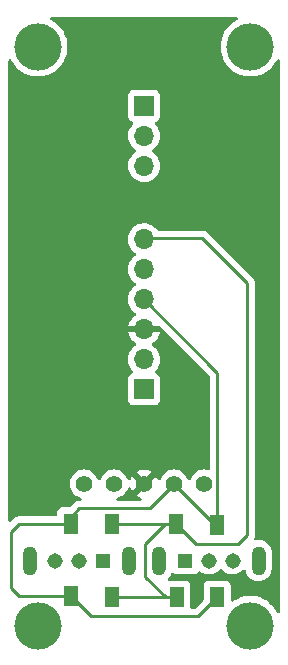
<source format=gbr>
%TF.GenerationSoftware,KiCad,Pcbnew,(6.0.7)*%
%TF.CreationDate,2023-12-15T10:10:15-08:00*%
%TF.ProjectId,NiceView-BKB-Mount,4e696365-5669-4657-972d-424b422d4d6f,rev?*%
%TF.SameCoordinates,Original*%
%TF.FileFunction,Copper,L1,Top*%
%TF.FilePolarity,Positive*%
%FSLAX46Y46*%
G04 Gerber Fmt 4.6, Leading zero omitted, Abs format (unit mm)*
G04 Created by KiCad (PCBNEW (6.0.7)) date 2023-12-15 10:10:15*
%MOMM*%
%LPD*%
G01*
G04 APERTURE LIST*
%TA.AperFunction,ComponentPad*%
%ADD10C,4.000000*%
%TD*%
%TA.AperFunction,SMDPad,CuDef*%
%ADD11R,1.300000X1.800000*%
%TD*%
%TA.AperFunction,ComponentPad*%
%ADD12R,1.308000X1.308000*%
%TD*%
%TA.AperFunction,ComponentPad*%
%ADD13C,1.308000*%
%TD*%
%TA.AperFunction,ComponentPad*%
%ADD14O,1.230000X2.460000*%
%TD*%
%TA.AperFunction,ComponentPad*%
%ADD15C,1.397000*%
%TD*%
%TA.AperFunction,ComponentPad*%
%ADD16R,1.700000X1.700000*%
%TD*%
%TA.AperFunction,ComponentPad*%
%ADD17O,1.700000X1.700000*%
%TD*%
%TA.AperFunction,Conductor*%
%ADD18C,0.250000*%
%TD*%
G04 APERTURE END LIST*
D10*
%TO.P,TH1,*%
%TO.N,*%
X125500000Y-43750000D03*
%TD*%
D11*
%TO.P,RST_SW2,1,1*%
%TO.N,RST*%
X131750000Y-84150000D03*
X131800000Y-90350000D03*
%TO.P,RST_SW2,2,2*%
%TO.N,GND*%
X128300000Y-84150000D03*
X128300000Y-90250000D03*
%TD*%
D12*
%TO.P,PWR_SW1,1,A*%
%TO.N,BATT_P_IN1*%
X131000000Y-87250000D03*
D13*
%TO.P,PWR_SW1,2,B*%
%TO.N,BATT_P_OUT*%
X129000000Y-87250000D03*
%TO.P,PWR_SW1,3,C*%
%TO.N,BATT_P_IN2*%
X127000000Y-87250000D03*
D14*
%TO.P,PWR_SW1,S1*%
%TO.N,N/C*%
X133200000Y-87250000D03*
%TO.P,PWR_SW1,S2*%
X124800000Y-87250000D03*
%TD*%
D15*
%TO.P,Nice!View1,1,Pin_1*%
%TO.N,MOSI*%
X129420000Y-80750000D03*
%TO.P,Nice!View1,2,Pin_2*%
%TO.N,SCLK*%
X131960000Y-80750000D03*
%TO.P,Nice!View1,3,Pin_3*%
%TO.N,3V3*%
X134500000Y-80750000D03*
%TO.P,Nice!View1,4,Pin_4*%
%TO.N,GND*%
X137040000Y-80750000D03*
%TO.P,Nice!View1,5,Pin_5*%
%TO.N,SCS*%
X139580000Y-80750000D03*
%TD*%
D11*
%TO.P,RST_SW1,1,1*%
%TO.N,RST*%
X137200000Y-84150000D03*
X137250000Y-90350000D03*
%TO.P,RST_SW1,2,2*%
%TO.N,GND*%
X140700000Y-84250000D03*
X140700000Y-90350000D03*
%TD*%
D16*
%TO.P,ControllerInput1,1,Pin_1*%
%TO.N,MOSI*%
X134500000Y-72750000D03*
D17*
%TO.P,ControllerInput1,2,Pin_2*%
%TO.N,SCLK*%
X134500000Y-70210000D03*
%TO.P,ControllerInput1,3,Pin_3*%
%TO.N,3V3*%
X134500000Y-67670000D03*
%TO.P,ControllerInput1,4,Pin_4*%
%TO.N,GND*%
X134500000Y-65130000D03*
%TO.P,ControllerInput1,5,Pin_5*%
%TO.N,SCS*%
X134500000Y-62590000D03*
%TO.P,ControllerInput1,6,Pin_6*%
%TO.N,RST*%
X134500000Y-60050000D03*
%TD*%
D10*
%TO.P,TH1,*%
%TO.N,*%
X143500000Y-43750000D03*
%TD*%
D16*
%TO.P,PWR_Connectors1,1,Pin_1*%
%TO.N,BATT_P_IN1*%
X134500000Y-48750000D03*
D17*
%TO.P,PWR_Connectors1,2,Pin_2*%
%TO.N,BATT_P_OUT*%
X134500000Y-51290000D03*
%TO.P,PWR_Connectors1,3,Pin_3*%
%TO.N,BATT_P_IN2*%
X134500000Y-53830000D03*
%TD*%
D10*
%TO.P,TH1,*%
%TO.N,*%
X143500000Y-92750000D03*
%TD*%
D12*
%TO.P,PWR_SW2,1,A*%
%TO.N,BATT_P_IN1*%
X138000000Y-87250000D03*
D13*
%TO.P,PWR_SW2,2,B*%
%TO.N,BATT_P_OUT*%
X140000000Y-87250000D03*
%TO.P,PWR_SW2,3,C*%
%TO.N,BATT_P_IN2*%
X142000000Y-87250000D03*
D14*
%TO.P,PWR_SW2,S1*%
%TO.N,N/C*%
X135800000Y-87250000D03*
%TO.P,PWR_SW2,S2*%
X144200000Y-87250000D03*
%TD*%
D10*
%TO.P,TH1,*%
%TO.N,*%
X125500000Y-92750000D03*
%TD*%
D18*
%TO.N,GND*%
X129998000Y-91948000D02*
X139102000Y-91948000D01*
X128300000Y-83536000D02*
X128300000Y-84150000D01*
X129032000Y-82804000D02*
X128300000Y-83536000D01*
X140700000Y-84250000D02*
X140540000Y-84250000D01*
X137040000Y-80750000D02*
X134986000Y-82804000D01*
X140700000Y-71330000D02*
X134500000Y-65130000D01*
X123920000Y-90250000D02*
X128300000Y-90250000D01*
X134986000Y-82804000D02*
X129032000Y-82804000D01*
X123900000Y-84150000D02*
X123260000Y-84790000D01*
X123260000Y-89590000D02*
X123920000Y-90250000D01*
X128300000Y-84150000D02*
X123900000Y-84150000D01*
X123260000Y-84790000D02*
X123260000Y-89590000D01*
X139102000Y-91948000D02*
X140700000Y-90350000D01*
X128300000Y-90250000D02*
X129998000Y-91948000D01*
X140700000Y-84250000D02*
X140700000Y-71330000D01*
X140540000Y-84250000D02*
X137040000Y-80750000D01*
%TO.N,RST*%
X131800000Y-90350000D02*
X137250000Y-90350000D01*
X143256000Y-85090000D02*
X143256000Y-63754000D01*
X136350000Y-90350000D02*
X137250000Y-90350000D01*
X136300000Y-84150000D02*
X134620000Y-85830000D01*
X134620000Y-85830000D02*
X134620000Y-88620000D01*
X138902000Y-85852000D02*
X142494000Y-85852000D01*
X134620000Y-88620000D02*
X136350000Y-90350000D01*
X131750000Y-84150000D02*
X137200000Y-84150000D01*
X137200000Y-84150000D02*
X136300000Y-84150000D01*
X137200000Y-84150000D02*
X138902000Y-85852000D01*
X134606000Y-59944000D02*
X134500000Y-60050000D01*
X142494000Y-85852000D02*
X143256000Y-85090000D01*
X139446000Y-59944000D02*
X134606000Y-59944000D01*
X143256000Y-63754000D02*
X139446000Y-59944000D01*
%TD*%
%TA.AperFunction,Conductor*%
%TO.N,3V3*%
G36*
X142402387Y-41278502D02*
G01*
X142448880Y-41332158D01*
X142458984Y-41402432D01*
X142429490Y-41467012D01*
X142394967Y-41494914D01*
X142153221Y-41627816D01*
X141897860Y-41813346D01*
X141667767Y-42029418D01*
X141466568Y-42272625D01*
X141297438Y-42539131D01*
X141295754Y-42542710D01*
X141295750Y-42542717D01*
X141164733Y-42821144D01*
X141163044Y-42824734D01*
X141065505Y-43124928D01*
X141006359Y-43434980D01*
X140986540Y-43750000D01*
X141006359Y-44065020D01*
X141065505Y-44375072D01*
X141163044Y-44675266D01*
X141164731Y-44678852D01*
X141164733Y-44678856D01*
X141295750Y-44957283D01*
X141295754Y-44957290D01*
X141297438Y-44960869D01*
X141466568Y-45227375D01*
X141667767Y-45470582D01*
X141897860Y-45686654D01*
X142153221Y-45872184D01*
X142429821Y-46024247D01*
X142433490Y-46025700D01*
X142433495Y-46025702D01*
X142719628Y-46138990D01*
X142723298Y-46140443D01*
X143029025Y-46218940D01*
X143342179Y-46258500D01*
X143657821Y-46258500D01*
X143970975Y-46218940D01*
X144276702Y-46140443D01*
X144280372Y-46138990D01*
X144566505Y-46025702D01*
X144566510Y-46025700D01*
X144570179Y-46024247D01*
X144846779Y-45872184D01*
X145102140Y-45686654D01*
X145332233Y-45470582D01*
X145533432Y-45227375D01*
X145702562Y-44960869D01*
X145751492Y-44856887D01*
X145798594Y-44803766D01*
X145866939Y-44784543D01*
X145934827Y-44805322D01*
X145980704Y-44859505D01*
X145991500Y-44910535D01*
X145991500Y-91589465D01*
X145971498Y-91657586D01*
X145917842Y-91704079D01*
X145847568Y-91714183D01*
X145782988Y-91684689D01*
X145751492Y-91643113D01*
X145704249Y-91542717D01*
X145702562Y-91539131D01*
X145533432Y-91272625D01*
X145332233Y-91029418D01*
X145327564Y-91025033D01*
X145283335Y-90983500D01*
X145102140Y-90813346D01*
X145087573Y-90802762D01*
X145037780Y-90766586D01*
X144846779Y-90627816D01*
X144819093Y-90612595D01*
X144573648Y-90477660D01*
X144573647Y-90477659D01*
X144570179Y-90475753D01*
X144566510Y-90474300D01*
X144566505Y-90474298D01*
X144280372Y-90361010D01*
X144280371Y-90361010D01*
X144276702Y-90359557D01*
X143970975Y-90281060D01*
X143657821Y-90241500D01*
X143342179Y-90241500D01*
X143029025Y-90281060D01*
X142723298Y-90359557D01*
X142719629Y-90361010D01*
X142719628Y-90361010D01*
X142433495Y-90474298D01*
X142433490Y-90474300D01*
X142429821Y-90475753D01*
X142426353Y-90477659D01*
X142426352Y-90477660D01*
X142180908Y-90612595D01*
X142153221Y-90627816D01*
X142150019Y-90630142D01*
X142150018Y-90630143D01*
X142058561Y-90696590D01*
X141991693Y-90720449D01*
X141922541Y-90704368D01*
X141873061Y-90653454D01*
X141858500Y-90594654D01*
X141858500Y-89401866D01*
X141851745Y-89339684D01*
X141800615Y-89203295D01*
X141713261Y-89086739D01*
X141596705Y-88999385D01*
X141460316Y-88948255D01*
X141398134Y-88941500D01*
X140001866Y-88941500D01*
X139939684Y-88948255D01*
X139803295Y-88999385D01*
X139686739Y-89086739D01*
X139599385Y-89203295D01*
X139548255Y-89339684D01*
X139541500Y-89401866D01*
X139541500Y-90560405D01*
X139521498Y-90628526D01*
X139504595Y-90649500D01*
X138876500Y-91277595D01*
X138814188Y-91311621D01*
X138787405Y-91314500D01*
X138534500Y-91314500D01*
X138466379Y-91294498D01*
X138419886Y-91240842D01*
X138408500Y-91188500D01*
X138408500Y-89401866D01*
X138401745Y-89339684D01*
X138350615Y-89203295D01*
X138263261Y-89086739D01*
X138146705Y-88999385D01*
X138010316Y-88948255D01*
X137948134Y-88941500D01*
X136618029Y-88941500D01*
X136549908Y-88921498D01*
X136503415Y-88867842D01*
X136493311Y-88797568D01*
X136522805Y-88732988D01*
X136534033Y-88721781D01*
X136537457Y-88719352D01*
X136685706Y-88564489D01*
X136740624Y-88479436D01*
X136798745Y-88389423D01*
X136798746Y-88389420D01*
X136801997Y-88384386D01*
X136804239Y-88378823D01*
X136818909Y-88342423D01*
X136862925Y-88286717D01*
X136930070Y-88263651D01*
X136999027Y-88280549D01*
X137011337Y-88288694D01*
X137099295Y-88354615D01*
X137235684Y-88405745D01*
X137297866Y-88412500D01*
X138702134Y-88412500D01*
X138764316Y-88405745D01*
X138900705Y-88354615D01*
X139017261Y-88267261D01*
X139084082Y-88178102D01*
X139140940Y-88135588D01*
X139211758Y-88130562D01*
X139263183Y-88155258D01*
X139265281Y-88157302D01*
X139270083Y-88160511D01*
X139270086Y-88160513D01*
X139351587Y-88214970D01*
X139442927Y-88276001D01*
X139448230Y-88278279D01*
X139448233Y-88278281D01*
X139633922Y-88358059D01*
X139639229Y-88360339D01*
X139720916Y-88378823D01*
X139841977Y-88406217D01*
X139841980Y-88406217D01*
X139847613Y-88407492D01*
X139853384Y-88407719D01*
X139853386Y-88407719D01*
X139918363Y-88410272D01*
X140061101Y-88415880D01*
X140166822Y-88400551D01*
X140266829Y-88386051D01*
X140266834Y-88386050D01*
X140272543Y-88385222D01*
X140278007Y-88383367D01*
X140278012Y-88383366D01*
X140469389Y-88318402D01*
X140474857Y-88316546D01*
X140661268Y-88212151D01*
X140825533Y-88075533D01*
X140901251Y-87984493D01*
X140960187Y-87944909D01*
X141031169Y-87943473D01*
X141091660Y-87980640D01*
X141101021Y-87992342D01*
X141112241Y-88008218D01*
X141265281Y-88157302D01*
X141270084Y-88160512D01*
X141270085Y-88160512D01*
X141347369Y-88212151D01*
X141442927Y-88276001D01*
X141448230Y-88278279D01*
X141448233Y-88278281D01*
X141633922Y-88358059D01*
X141639229Y-88360339D01*
X141720916Y-88378823D01*
X141841977Y-88406217D01*
X141841980Y-88406217D01*
X141847613Y-88407492D01*
X141853384Y-88407719D01*
X141853386Y-88407719D01*
X141918363Y-88410272D01*
X142061101Y-88415880D01*
X142166822Y-88400551D01*
X142266829Y-88386051D01*
X142266834Y-88386050D01*
X142272543Y-88385222D01*
X142278007Y-88383367D01*
X142278012Y-88383366D01*
X142469389Y-88318402D01*
X142474857Y-88316546D01*
X142661268Y-88212151D01*
X142825533Y-88075533D01*
X142829226Y-88071093D01*
X142871469Y-88020302D01*
X142930406Y-87980718D01*
X143001388Y-87979283D01*
X143061878Y-88016451D01*
X143091516Y-88075942D01*
X143091752Y-88078415D01*
X143093439Y-88084165D01*
X143149718Y-88276001D01*
X143152102Y-88284129D01*
X143154848Y-88289461D01*
X143154849Y-88289463D01*
X143203738Y-88384386D01*
X143250263Y-88474721D01*
X143382692Y-88643312D01*
X143544613Y-88783819D01*
X143730181Y-88891173D01*
X143932702Y-88961500D01*
X143938637Y-88962361D01*
X143938639Y-88962361D01*
X144138928Y-88991402D01*
X144138931Y-88991402D01*
X144144868Y-88992263D01*
X144359023Y-88982351D01*
X144567439Y-88932122D01*
X144572889Y-88929644D01*
X144572892Y-88929643D01*
X144696166Y-88873593D01*
X144762598Y-88843388D01*
X144937457Y-88719352D01*
X145085706Y-88564489D01*
X145140624Y-88479436D01*
X145198745Y-88389423D01*
X145198746Y-88389420D01*
X145201997Y-88384386D01*
X145211175Y-88361614D01*
X145279892Y-88191106D01*
X145282134Y-88185543D01*
X145323224Y-87975133D01*
X145323500Y-87969489D01*
X145323500Y-86581442D01*
X145308248Y-86421585D01*
X145304821Y-86409902D01*
X145249586Y-86221624D01*
X145249585Y-86221622D01*
X145247898Y-86215871D01*
X145217875Y-86157577D01*
X145152483Y-86030610D01*
X145152481Y-86030607D01*
X145149737Y-86025279D01*
X145017308Y-85856688D01*
X144855387Y-85716181D01*
X144669819Y-85608827D01*
X144467298Y-85538500D01*
X144461363Y-85537639D01*
X144461361Y-85537639D01*
X144261072Y-85508598D01*
X144261069Y-85508598D01*
X144255132Y-85507737D01*
X144040977Y-85517649D01*
X143975833Y-85533349D01*
X143904925Y-85529864D01*
X143847155Y-85488596D01*
X143820867Y-85422645D01*
X143835898Y-85350157D01*
X143842581Y-85338000D01*
X143849695Y-85325060D01*
X143854733Y-85305437D01*
X143861137Y-85286734D01*
X143866033Y-85275420D01*
X143866033Y-85275419D01*
X143869181Y-85268145D01*
X143870420Y-85260322D01*
X143870423Y-85260312D01*
X143876099Y-85224476D01*
X143878505Y-85212856D01*
X143887528Y-85177711D01*
X143887528Y-85177710D01*
X143889500Y-85170030D01*
X143889500Y-85149776D01*
X143891051Y-85130065D01*
X143892980Y-85117886D01*
X143894220Y-85110057D01*
X143890059Y-85066038D01*
X143889500Y-85054181D01*
X143889500Y-63832768D01*
X143890027Y-63821585D01*
X143891702Y-63814092D01*
X143889562Y-63746001D01*
X143889500Y-63742044D01*
X143889500Y-63714144D01*
X143888996Y-63710153D01*
X143888063Y-63698311D01*
X143886923Y-63662036D01*
X143886674Y-63654111D01*
X143881021Y-63634652D01*
X143877012Y-63615293D01*
X143876846Y-63613983D01*
X143874474Y-63595203D01*
X143871558Y-63587837D01*
X143871556Y-63587831D01*
X143858200Y-63554098D01*
X143854355Y-63542868D01*
X143844230Y-63508017D01*
X143844230Y-63508016D01*
X143842019Y-63500407D01*
X143831705Y-63482966D01*
X143823008Y-63465213D01*
X143818472Y-63453758D01*
X143815552Y-63446383D01*
X143789563Y-63410612D01*
X143783047Y-63400692D01*
X143760542Y-63362638D01*
X143746221Y-63348317D01*
X143733380Y-63333283D01*
X143726131Y-63323306D01*
X143721472Y-63316893D01*
X143687395Y-63288702D01*
X143678616Y-63280712D01*
X139949652Y-59551747D01*
X139942112Y-59543461D01*
X139938000Y-59536982D01*
X139888348Y-59490356D01*
X139885507Y-59487602D01*
X139865770Y-59467865D01*
X139862573Y-59465385D01*
X139853551Y-59457680D01*
X139827100Y-59432841D01*
X139821321Y-59427414D01*
X139814375Y-59423595D01*
X139814372Y-59423593D01*
X139803566Y-59417652D01*
X139787047Y-59406801D01*
X139786583Y-59406441D01*
X139771041Y-59394386D01*
X139763772Y-59391241D01*
X139763768Y-59391238D01*
X139730463Y-59376826D01*
X139719813Y-59371609D01*
X139681060Y-59350305D01*
X139661437Y-59345267D01*
X139642734Y-59338863D01*
X139631420Y-59333967D01*
X139631419Y-59333967D01*
X139624145Y-59330819D01*
X139616322Y-59329580D01*
X139616312Y-59329577D01*
X139580476Y-59323901D01*
X139568856Y-59321495D01*
X139533711Y-59312472D01*
X139533710Y-59312472D01*
X139526030Y-59310500D01*
X139505776Y-59310500D01*
X139486065Y-59308949D01*
X139473886Y-59307020D01*
X139466057Y-59305780D01*
X139458165Y-59306526D01*
X139422039Y-59309941D01*
X139410181Y-59310500D01*
X135708231Y-59310500D01*
X135640110Y-59290498D01*
X135602440Y-59252941D01*
X135582824Y-59222621D01*
X135580014Y-59218277D01*
X135429670Y-59053051D01*
X135425619Y-59049852D01*
X135425615Y-59049848D01*
X135258414Y-58917800D01*
X135258410Y-58917798D01*
X135254359Y-58914598D01*
X135058789Y-58806638D01*
X135053920Y-58804914D01*
X135053916Y-58804912D01*
X134853087Y-58733795D01*
X134853083Y-58733794D01*
X134848212Y-58732069D01*
X134843119Y-58731162D01*
X134843116Y-58731161D01*
X134633373Y-58693800D01*
X134633367Y-58693799D01*
X134628284Y-58692894D01*
X134554452Y-58691992D01*
X134410081Y-58690228D01*
X134410079Y-58690228D01*
X134404911Y-58690165D01*
X134184091Y-58723955D01*
X133971756Y-58793357D01*
X133773607Y-58896507D01*
X133769474Y-58899610D01*
X133769471Y-58899612D01*
X133745247Y-58917800D01*
X133594965Y-59030635D01*
X133440629Y-59192138D01*
X133314743Y-59376680D01*
X133297940Y-59412879D01*
X133240334Y-59536982D01*
X133220688Y-59579305D01*
X133160989Y-59794570D01*
X133137251Y-60016695D01*
X133150110Y-60239715D01*
X133151247Y-60244761D01*
X133151248Y-60244767D01*
X133175304Y-60351508D01*
X133199222Y-60457639D01*
X133247892Y-60577500D01*
X133276387Y-60647674D01*
X133283266Y-60664616D01*
X133399987Y-60855088D01*
X133546250Y-61023938D01*
X133718126Y-61166632D01*
X133788595Y-61207811D01*
X133791445Y-61209476D01*
X133840169Y-61261114D01*
X133853240Y-61330897D01*
X133826509Y-61396669D01*
X133786055Y-61430027D01*
X133773607Y-61436507D01*
X133769474Y-61439610D01*
X133769471Y-61439612D01*
X133745247Y-61457800D01*
X133594965Y-61570635D01*
X133440629Y-61732138D01*
X133314743Y-61916680D01*
X133220688Y-62119305D01*
X133160989Y-62334570D01*
X133137251Y-62556695D01*
X133137548Y-62561848D01*
X133137548Y-62561851D01*
X133143011Y-62656590D01*
X133150110Y-62779715D01*
X133151247Y-62784761D01*
X133151248Y-62784767D01*
X133171119Y-62872939D01*
X133199222Y-62997639D01*
X133283266Y-63204616D01*
X133285965Y-63209020D01*
X133380102Y-63362638D01*
X133399987Y-63395088D01*
X133546250Y-63563938D01*
X133718126Y-63706632D01*
X133778727Y-63742044D01*
X133791445Y-63749476D01*
X133840169Y-63801114D01*
X133853240Y-63870897D01*
X133826509Y-63936669D01*
X133786055Y-63970027D01*
X133773607Y-63976507D01*
X133769474Y-63979610D01*
X133769471Y-63979612D01*
X133745247Y-63997800D01*
X133594965Y-64110635D01*
X133440629Y-64272138D01*
X133314743Y-64456680D01*
X133220688Y-64659305D01*
X133160989Y-64874570D01*
X133137251Y-65096695D01*
X133137548Y-65101848D01*
X133137548Y-65101851D01*
X133143011Y-65196590D01*
X133150110Y-65319715D01*
X133151247Y-65324761D01*
X133151248Y-65324767D01*
X133171119Y-65412939D01*
X133199222Y-65537639D01*
X133283266Y-65744616D01*
X133399987Y-65935088D01*
X133546250Y-66103938D01*
X133718126Y-66246632D01*
X133791955Y-66289774D01*
X133840679Y-66341412D01*
X133853750Y-66411195D01*
X133827019Y-66476967D01*
X133786562Y-66510327D01*
X133778457Y-66514546D01*
X133769738Y-66520036D01*
X133599433Y-66647905D01*
X133591726Y-66654748D01*
X133444590Y-66808717D01*
X133438104Y-66816727D01*
X133318098Y-66992649D01*
X133313000Y-67001623D01*
X133223338Y-67194783D01*
X133219775Y-67204470D01*
X133164389Y-67404183D01*
X133165912Y-67412607D01*
X133178292Y-67416000D01*
X135836459Y-67416000D01*
X135836459Y-67420775D01*
X135873133Y-67420792D01*
X135926673Y-67452577D01*
X138006496Y-69532401D01*
X140029595Y-71555500D01*
X140063621Y-71617812D01*
X140066500Y-71644595D01*
X140066500Y-79466572D01*
X140046498Y-79534693D01*
X139992842Y-79581186D01*
X139922568Y-79591290D01*
X139907893Y-79588280D01*
X139837802Y-79569499D01*
X139795709Y-79558220D01*
X139795707Y-79558220D01*
X139790394Y-79556796D01*
X139580000Y-79538389D01*
X139369606Y-79556796D01*
X139364293Y-79558220D01*
X139364291Y-79558220D01*
X139170915Y-79610035D01*
X139170913Y-79610036D01*
X139165605Y-79611458D01*
X139160624Y-79613780D01*
X139160623Y-79613781D01*
X138979176Y-79698391D01*
X138979173Y-79698393D01*
X138974195Y-79700714D01*
X138801191Y-79821852D01*
X138651852Y-79971191D01*
X138530714Y-80144195D01*
X138441458Y-80335605D01*
X138440036Y-80340913D01*
X138440035Y-80340915D01*
X138431707Y-80371996D01*
X138394755Y-80432619D01*
X138330894Y-80463640D01*
X138260400Y-80455212D01*
X138205653Y-80410009D01*
X138188293Y-80371996D01*
X138179965Y-80340915D01*
X138179964Y-80340913D01*
X138178542Y-80335605D01*
X138089286Y-80144195D01*
X137968148Y-79971191D01*
X137818809Y-79821852D01*
X137814301Y-79818695D01*
X137814298Y-79818693D01*
X137650315Y-79703871D01*
X137650312Y-79703869D01*
X137645806Y-79700714D01*
X137640824Y-79698391D01*
X137640819Y-79698388D01*
X137459377Y-79613781D01*
X137459376Y-79613781D01*
X137454395Y-79611458D01*
X137449087Y-79610036D01*
X137449085Y-79610035D01*
X137255709Y-79558220D01*
X137255707Y-79558220D01*
X137250394Y-79556796D01*
X137040000Y-79538389D01*
X136829606Y-79556796D01*
X136824293Y-79558220D01*
X136824291Y-79558220D01*
X136630915Y-79610035D01*
X136630913Y-79610036D01*
X136625605Y-79611458D01*
X136620624Y-79613780D01*
X136620623Y-79613781D01*
X136439176Y-79698391D01*
X136439173Y-79698393D01*
X136434195Y-79700714D01*
X136261191Y-79821852D01*
X136111852Y-79971191D01*
X135990714Y-80144195D01*
X135901458Y-80335605D01*
X135900036Y-80340911D01*
X135900033Y-80340920D01*
X135891103Y-80374247D01*
X135854151Y-80434869D01*
X135790290Y-80465890D01*
X135719796Y-80457460D01*
X135665049Y-80412257D01*
X135648127Y-80375835D01*
X135632755Y-80321328D01*
X135628636Y-80310597D01*
X135535671Y-80122083D01*
X135529665Y-80112281D01*
X135526510Y-80108056D01*
X135515251Y-80099607D01*
X135502833Y-80106378D01*
X134500000Y-81109210D01*
X133858241Y-81750970D01*
X133852046Y-81762315D01*
X133861927Y-81774802D01*
X133917041Y-81811627D01*
X133927146Y-81817114D01*
X134120267Y-81900086D01*
X134131210Y-81903641D01*
X134210607Y-81921607D01*
X134272634Y-81956150D01*
X134306138Y-82018743D01*
X134300484Y-82089514D01*
X134257465Y-82145994D01*
X134190741Y-82170249D01*
X134182799Y-82170500D01*
X132279180Y-82170500D01*
X132211059Y-82150498D01*
X132164566Y-82096842D01*
X132154462Y-82026568D01*
X132183956Y-81961988D01*
X132246569Y-81922793D01*
X132369085Y-81889965D01*
X132369087Y-81889964D01*
X132374395Y-81888542D01*
X132379377Y-81886219D01*
X132560819Y-81801612D01*
X132560824Y-81801609D01*
X132565806Y-81799286D01*
X132618606Y-81762315D01*
X132734298Y-81681307D01*
X132734301Y-81681305D01*
X132738809Y-81678148D01*
X132888148Y-81528809D01*
X133009286Y-81355805D01*
X133098542Y-81164395D01*
X133099965Y-81159085D01*
X133099967Y-81159080D01*
X133107983Y-81129164D01*
X133144935Y-81068542D01*
X133208796Y-81037521D01*
X133279290Y-81045951D01*
X133334037Y-81091154D01*
X133351812Y-81130763D01*
X133356408Y-81148861D01*
X133360250Y-81159710D01*
X133448247Y-81350592D01*
X133453996Y-81360549D01*
X133475112Y-81390427D01*
X133485702Y-81398816D01*
X133499001Y-81391788D01*
X134127979Y-80762811D01*
X134135592Y-80748868D01*
X134135461Y-80747034D01*
X134131210Y-80740420D01*
X133495603Y-80104814D01*
X133483228Y-80098057D01*
X133477262Y-80102523D01*
X133383256Y-80281198D01*
X133378851Y-80291832D01*
X133351329Y-80380466D01*
X133312025Y-80439591D01*
X133246996Y-80468082D01*
X133176887Y-80456892D01*
X133123957Y-80409575D01*
X133109289Y-80375713D01*
X133099965Y-80340915D01*
X133099964Y-80340913D01*
X133098542Y-80335605D01*
X133009286Y-80144195D01*
X132888148Y-79971191D01*
X132738809Y-79821852D01*
X132734301Y-79818695D01*
X132734298Y-79818693D01*
X132617354Y-79736808D01*
X133850921Y-79736808D01*
X133854407Y-79745196D01*
X134487189Y-80377979D01*
X134501132Y-80385592D01*
X134502966Y-80385461D01*
X134509580Y-80381210D01*
X135141700Y-79749089D01*
X135148457Y-79736714D01*
X135142427Y-79728658D01*
X135054972Y-79673478D01*
X135044721Y-79668254D01*
X134849497Y-79590368D01*
X134838469Y-79587101D01*
X134632322Y-79546096D01*
X134620875Y-79544893D01*
X134410716Y-79542142D01*
X134399236Y-79543045D01*
X134192087Y-79578640D01*
X134180979Y-79581617D01*
X133983782Y-79654366D01*
X133973400Y-79659318D01*
X133860519Y-79726475D01*
X133850921Y-79736808D01*
X132617354Y-79736808D01*
X132570315Y-79703871D01*
X132570312Y-79703869D01*
X132565806Y-79700714D01*
X132560824Y-79698391D01*
X132560819Y-79698388D01*
X132379377Y-79613781D01*
X132379376Y-79613781D01*
X132374395Y-79611458D01*
X132369087Y-79610036D01*
X132369085Y-79610035D01*
X132175709Y-79558220D01*
X132175707Y-79558220D01*
X132170394Y-79556796D01*
X131960000Y-79538389D01*
X131749606Y-79556796D01*
X131744293Y-79558220D01*
X131744291Y-79558220D01*
X131550915Y-79610035D01*
X131550913Y-79610036D01*
X131545605Y-79611458D01*
X131540624Y-79613780D01*
X131540623Y-79613781D01*
X131359176Y-79698391D01*
X131359173Y-79698393D01*
X131354195Y-79700714D01*
X131181191Y-79821852D01*
X131031852Y-79971191D01*
X130910714Y-80144195D01*
X130821458Y-80335605D01*
X130820036Y-80340913D01*
X130820035Y-80340915D01*
X130811707Y-80371996D01*
X130774755Y-80432619D01*
X130710894Y-80463640D01*
X130640400Y-80455212D01*
X130585653Y-80410009D01*
X130568293Y-80371996D01*
X130559965Y-80340915D01*
X130559964Y-80340913D01*
X130558542Y-80335605D01*
X130469286Y-80144195D01*
X130348148Y-79971191D01*
X130198809Y-79821852D01*
X130194301Y-79818695D01*
X130194298Y-79818693D01*
X130030315Y-79703871D01*
X130030312Y-79703869D01*
X130025806Y-79700714D01*
X130020824Y-79698391D01*
X130020819Y-79698388D01*
X129839377Y-79613781D01*
X129839376Y-79613781D01*
X129834395Y-79611458D01*
X129829087Y-79610036D01*
X129829085Y-79610035D01*
X129635709Y-79558220D01*
X129635707Y-79558220D01*
X129630394Y-79556796D01*
X129420000Y-79538389D01*
X129209606Y-79556796D01*
X129204293Y-79558220D01*
X129204291Y-79558220D01*
X129010915Y-79610035D01*
X129010913Y-79610036D01*
X129005605Y-79611458D01*
X129000624Y-79613780D01*
X129000623Y-79613781D01*
X128819176Y-79698391D01*
X128819173Y-79698393D01*
X128814195Y-79700714D01*
X128641191Y-79821852D01*
X128491852Y-79971191D01*
X128370714Y-80144195D01*
X128281458Y-80335605D01*
X128280036Y-80340913D01*
X128280035Y-80340915D01*
X128269238Y-80381210D01*
X128226796Y-80539606D01*
X128208389Y-80750000D01*
X128226796Y-80960394D01*
X128228220Y-80965707D01*
X128228220Y-80965709D01*
X128277296Y-81148861D01*
X128281458Y-81164395D01*
X128370714Y-81355805D01*
X128491852Y-81528809D01*
X128641191Y-81678148D01*
X128645699Y-81681305D01*
X128645702Y-81681307D01*
X128761394Y-81762315D01*
X128814194Y-81799286D01*
X128819176Y-81801609D01*
X128819181Y-81801612D01*
X129000623Y-81886219D01*
X129005605Y-81888542D01*
X129010913Y-81889964D01*
X129010915Y-81889965D01*
X129128012Y-81921341D01*
X129188635Y-81958293D01*
X129219656Y-82022154D01*
X129211228Y-82092648D01*
X129166025Y-82147395D01*
X129098399Y-82169012D01*
X129094699Y-82168882D01*
X129092091Y-82168299D01*
X129024033Y-82170438D01*
X129020075Y-82170500D01*
X128992144Y-82170500D01*
X128988229Y-82170995D01*
X128988225Y-82170995D01*
X128988167Y-82171003D01*
X128988138Y-82171006D01*
X128976296Y-82171939D01*
X128932110Y-82173327D01*
X128914744Y-82178372D01*
X128912658Y-82178978D01*
X128893306Y-82182986D01*
X128886235Y-82183880D01*
X128873203Y-82185526D01*
X128865834Y-82188443D01*
X128865832Y-82188444D01*
X128832097Y-82201800D01*
X128820869Y-82205645D01*
X128778407Y-82217982D01*
X128771585Y-82222016D01*
X128771579Y-82222019D01*
X128760968Y-82228294D01*
X128743218Y-82236990D01*
X128731756Y-82241528D01*
X128731751Y-82241531D01*
X128724383Y-82244448D01*
X128717968Y-82249109D01*
X128688625Y-82270427D01*
X128678707Y-82276943D01*
X128660019Y-82287995D01*
X128640637Y-82299458D01*
X128626313Y-82313782D01*
X128611281Y-82326621D01*
X128594893Y-82338528D01*
X128566712Y-82372593D01*
X128558722Y-82381373D01*
X128235500Y-82704595D01*
X128173188Y-82738621D01*
X128146405Y-82741500D01*
X127601866Y-82741500D01*
X127539684Y-82748255D01*
X127403295Y-82799385D01*
X127286739Y-82886739D01*
X127199385Y-83003295D01*
X127148255Y-83139684D01*
X127141500Y-83201866D01*
X127141500Y-83390500D01*
X127121498Y-83458621D01*
X127067842Y-83505114D01*
X127015500Y-83516500D01*
X123978768Y-83516500D01*
X123967585Y-83515973D01*
X123960092Y-83514298D01*
X123952166Y-83514547D01*
X123952165Y-83514547D01*
X123892002Y-83516438D01*
X123888044Y-83516500D01*
X123860144Y-83516500D01*
X123856154Y-83517004D01*
X123844320Y-83517936D01*
X123800111Y-83519326D01*
X123792495Y-83521539D01*
X123792493Y-83521539D01*
X123780652Y-83524979D01*
X123761293Y-83528988D01*
X123759983Y-83529154D01*
X123741203Y-83531526D01*
X123733837Y-83534442D01*
X123733831Y-83534444D01*
X123700098Y-83547800D01*
X123688868Y-83551645D01*
X123654017Y-83561770D01*
X123646407Y-83563981D01*
X123639584Y-83568016D01*
X123628966Y-83574295D01*
X123611213Y-83582992D01*
X123603568Y-83586019D01*
X123592383Y-83590448D01*
X123585968Y-83595109D01*
X123556612Y-83616437D01*
X123546695Y-83622951D01*
X123508638Y-83645458D01*
X123494317Y-83659779D01*
X123479284Y-83672619D01*
X123462893Y-83684528D01*
X123436516Y-83716413D01*
X123434712Y-83718593D01*
X123426722Y-83727373D01*
X123223595Y-83930500D01*
X123161283Y-83964526D01*
X123090468Y-83959461D01*
X123033632Y-83916914D01*
X123008821Y-83850394D01*
X123008500Y-83841405D01*
X123008500Y-70176695D01*
X133137251Y-70176695D01*
X133137548Y-70181848D01*
X133137548Y-70181851D01*
X133143011Y-70276590D01*
X133150110Y-70399715D01*
X133151247Y-70404761D01*
X133151248Y-70404767D01*
X133171119Y-70492939D01*
X133199222Y-70617639D01*
X133283266Y-70824616D01*
X133305515Y-70860923D01*
X133382538Y-70986613D01*
X133399987Y-71015088D01*
X133546250Y-71183938D01*
X133550230Y-71187242D01*
X133554981Y-71191187D01*
X133594616Y-71250090D01*
X133596113Y-71321071D01*
X133558997Y-71381593D01*
X133518724Y-71406112D01*
X133403295Y-71449385D01*
X133286739Y-71536739D01*
X133199385Y-71653295D01*
X133148255Y-71789684D01*
X133141500Y-71851866D01*
X133141500Y-73648134D01*
X133148255Y-73710316D01*
X133199385Y-73846705D01*
X133286739Y-73963261D01*
X133403295Y-74050615D01*
X133539684Y-74101745D01*
X133601866Y-74108500D01*
X135398134Y-74108500D01*
X135460316Y-74101745D01*
X135596705Y-74050615D01*
X135713261Y-73963261D01*
X135800615Y-73846705D01*
X135851745Y-73710316D01*
X135858500Y-73648134D01*
X135858500Y-71851866D01*
X135851745Y-71789684D01*
X135800615Y-71653295D01*
X135713261Y-71536739D01*
X135596705Y-71449385D01*
X135584132Y-71444672D01*
X135478203Y-71404960D01*
X135421439Y-71362318D01*
X135396739Y-71295756D01*
X135411947Y-71226408D01*
X135433493Y-71197727D01*
X135538096Y-71093489D01*
X135597594Y-71010689D01*
X135665435Y-70916277D01*
X135668453Y-70912077D01*
X135677935Y-70892893D01*
X135765136Y-70716453D01*
X135765137Y-70716451D01*
X135767430Y-70711811D01*
X135832370Y-70498069D01*
X135861529Y-70276590D01*
X135863156Y-70210000D01*
X135844852Y-69987361D01*
X135790431Y-69770702D01*
X135701354Y-69565840D01*
X135580014Y-69378277D01*
X135429670Y-69213051D01*
X135425619Y-69209852D01*
X135425615Y-69209848D01*
X135258414Y-69077800D01*
X135258410Y-69077798D01*
X135254359Y-69074598D01*
X135212569Y-69051529D01*
X135162598Y-69001097D01*
X135147826Y-68931654D01*
X135172942Y-68865248D01*
X135200294Y-68838641D01*
X135375328Y-68713792D01*
X135383200Y-68707139D01*
X135534052Y-68556812D01*
X135540730Y-68548965D01*
X135665003Y-68376020D01*
X135670313Y-68367183D01*
X135764670Y-68176267D01*
X135768469Y-68166672D01*
X135830377Y-67962910D01*
X135832555Y-67952837D01*
X135833986Y-67941962D01*
X135831775Y-67927778D01*
X135818617Y-67924000D01*
X133183225Y-67924000D01*
X133169694Y-67927973D01*
X133168257Y-67937966D01*
X133198565Y-68072446D01*
X133201645Y-68082275D01*
X133281770Y-68279603D01*
X133286413Y-68288794D01*
X133397694Y-68470388D01*
X133403777Y-68478699D01*
X133543213Y-68639667D01*
X133550580Y-68646883D01*
X133714434Y-68782916D01*
X133722881Y-68788831D01*
X133791969Y-68829203D01*
X133840693Y-68880842D01*
X133853764Y-68950625D01*
X133827033Y-69016396D01*
X133786584Y-69049752D01*
X133773607Y-69056507D01*
X133769474Y-69059610D01*
X133769471Y-69059612D01*
X133745247Y-69077800D01*
X133594965Y-69190635D01*
X133440629Y-69352138D01*
X133314743Y-69536680D01*
X133220688Y-69739305D01*
X133160989Y-69954570D01*
X133137251Y-70176695D01*
X123008500Y-70176695D01*
X123008500Y-53796695D01*
X133137251Y-53796695D01*
X133137548Y-53801848D01*
X133137548Y-53801851D01*
X133143011Y-53896590D01*
X133150110Y-54019715D01*
X133151247Y-54024761D01*
X133151248Y-54024767D01*
X133171119Y-54112939D01*
X133199222Y-54237639D01*
X133283266Y-54444616D01*
X133399987Y-54635088D01*
X133546250Y-54803938D01*
X133718126Y-54946632D01*
X133911000Y-55059338D01*
X134119692Y-55139030D01*
X134124760Y-55140061D01*
X134124763Y-55140062D01*
X134232017Y-55161883D01*
X134338597Y-55183567D01*
X134343772Y-55183757D01*
X134343774Y-55183757D01*
X134556673Y-55191564D01*
X134556677Y-55191564D01*
X134561837Y-55191753D01*
X134566957Y-55191097D01*
X134566959Y-55191097D01*
X134778288Y-55164025D01*
X134778289Y-55164025D01*
X134783416Y-55163368D01*
X134788366Y-55161883D01*
X134992429Y-55100661D01*
X134992434Y-55100659D01*
X134997384Y-55099174D01*
X135197994Y-55000896D01*
X135379860Y-54871173D01*
X135538096Y-54713489D01*
X135597594Y-54630689D01*
X135665435Y-54536277D01*
X135668453Y-54532077D01*
X135767430Y-54331811D01*
X135832370Y-54118069D01*
X135861529Y-53896590D01*
X135863156Y-53830000D01*
X135844852Y-53607361D01*
X135790431Y-53390702D01*
X135701354Y-53185840D01*
X135580014Y-52998277D01*
X135429670Y-52833051D01*
X135425619Y-52829852D01*
X135425615Y-52829848D01*
X135258414Y-52697800D01*
X135258410Y-52697798D01*
X135254359Y-52694598D01*
X135213053Y-52671796D01*
X135163084Y-52621364D01*
X135148312Y-52551921D01*
X135173428Y-52485516D01*
X135200780Y-52458909D01*
X135244603Y-52427650D01*
X135379860Y-52331173D01*
X135538096Y-52173489D01*
X135597594Y-52090689D01*
X135665435Y-51996277D01*
X135668453Y-51992077D01*
X135767430Y-51791811D01*
X135832370Y-51578069D01*
X135861529Y-51356590D01*
X135863156Y-51290000D01*
X135844852Y-51067361D01*
X135790431Y-50850702D01*
X135701354Y-50645840D01*
X135580014Y-50458277D01*
X135576532Y-50454450D01*
X135432798Y-50296488D01*
X135401746Y-50232642D01*
X135410141Y-50162143D01*
X135455317Y-50107375D01*
X135481761Y-50093706D01*
X135588297Y-50053767D01*
X135596705Y-50050615D01*
X135713261Y-49963261D01*
X135800615Y-49846705D01*
X135851745Y-49710316D01*
X135858500Y-49648134D01*
X135858500Y-47851866D01*
X135851745Y-47789684D01*
X135800615Y-47653295D01*
X135713261Y-47536739D01*
X135596705Y-47449385D01*
X135460316Y-47398255D01*
X135398134Y-47391500D01*
X133601866Y-47391500D01*
X133539684Y-47398255D01*
X133403295Y-47449385D01*
X133286739Y-47536739D01*
X133199385Y-47653295D01*
X133148255Y-47789684D01*
X133141500Y-47851866D01*
X133141500Y-49648134D01*
X133148255Y-49710316D01*
X133199385Y-49846705D01*
X133286739Y-49963261D01*
X133403295Y-50050615D01*
X133411704Y-50053767D01*
X133411705Y-50053768D01*
X133520451Y-50094535D01*
X133577216Y-50137176D01*
X133601916Y-50203738D01*
X133586709Y-50273087D01*
X133567316Y-50299568D01*
X133440629Y-50432138D01*
X133314743Y-50616680D01*
X133220688Y-50819305D01*
X133160989Y-51034570D01*
X133137251Y-51256695D01*
X133137548Y-51261848D01*
X133137548Y-51261851D01*
X133143011Y-51356590D01*
X133150110Y-51479715D01*
X133151247Y-51484761D01*
X133151248Y-51484767D01*
X133171119Y-51572939D01*
X133199222Y-51697639D01*
X133283266Y-51904616D01*
X133399987Y-52095088D01*
X133546250Y-52263938D01*
X133718126Y-52406632D01*
X133788595Y-52447811D01*
X133791445Y-52449476D01*
X133840169Y-52501114D01*
X133853240Y-52570897D01*
X133826509Y-52636669D01*
X133786055Y-52670027D01*
X133773607Y-52676507D01*
X133769474Y-52679610D01*
X133769471Y-52679612D01*
X133745247Y-52697800D01*
X133594965Y-52810635D01*
X133440629Y-52972138D01*
X133314743Y-53156680D01*
X133220688Y-53359305D01*
X133160989Y-53574570D01*
X133137251Y-53796695D01*
X123008500Y-53796695D01*
X123008500Y-44910535D01*
X123028502Y-44842414D01*
X123082158Y-44795921D01*
X123152432Y-44785817D01*
X123217012Y-44815311D01*
X123248508Y-44856887D01*
X123297438Y-44960869D01*
X123466568Y-45227375D01*
X123667767Y-45470582D01*
X123897860Y-45686654D01*
X124153221Y-45872184D01*
X124429821Y-46024247D01*
X124433490Y-46025700D01*
X124433495Y-46025702D01*
X124719628Y-46138990D01*
X124723298Y-46140443D01*
X125029025Y-46218940D01*
X125342179Y-46258500D01*
X125657821Y-46258500D01*
X125970975Y-46218940D01*
X126276702Y-46140443D01*
X126280372Y-46138990D01*
X126566505Y-46025702D01*
X126566510Y-46025700D01*
X126570179Y-46024247D01*
X126846779Y-45872184D01*
X127102140Y-45686654D01*
X127332233Y-45470582D01*
X127533432Y-45227375D01*
X127702562Y-44960869D01*
X127704246Y-44957290D01*
X127704250Y-44957283D01*
X127835267Y-44678856D01*
X127835269Y-44678852D01*
X127836956Y-44675266D01*
X127934495Y-44375072D01*
X127993641Y-44065020D01*
X128013460Y-43750000D01*
X127993641Y-43434980D01*
X127934495Y-43124928D01*
X127836956Y-42824734D01*
X127835267Y-42821144D01*
X127704250Y-42542717D01*
X127704246Y-42542710D01*
X127702562Y-42539131D01*
X127533432Y-42272625D01*
X127332233Y-42029418D01*
X127102140Y-41813346D01*
X126846779Y-41627816D01*
X126605033Y-41494914D01*
X126554974Y-41444569D01*
X126540081Y-41375152D01*
X126565082Y-41308703D01*
X126622039Y-41266319D01*
X126665734Y-41258500D01*
X142334266Y-41258500D01*
X142402387Y-41278502D01*
G37*
%TD.AperFunction*%
%TD*%
M02*

</source>
